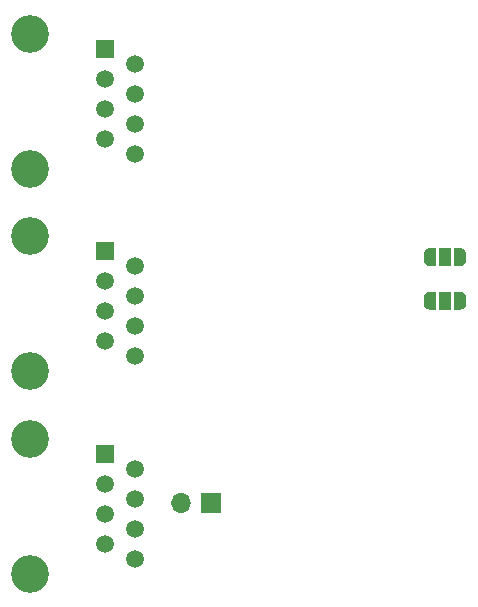
<source format=gbr>
%TF.GenerationSoftware,KiCad,Pcbnew,(5.1.9)-1*%
%TF.CreationDate,2021-01-06T02:37:49+01:00*%
%TF.ProjectId,SerialBT-Flarm-2.0,53657269-616c-4425-942d-466c61726d2d,2.0*%
%TF.SameCoordinates,Original*%
%TF.FileFunction,Soldermask,Bot*%
%TF.FilePolarity,Negative*%
%FSLAX46Y46*%
G04 Gerber Fmt 4.6, Leading zero omitted, Abs format (unit mm)*
G04 Created by KiCad (PCBNEW (5.1.9)-1) date 2021-01-06 02:37:49*
%MOMM*%
%LPD*%
G01*
G04 APERTURE LIST*
%ADD10O,1.700000X1.700000*%
%ADD11R,1.700000X1.700000*%
%ADD12R,1.000000X1.500000*%
%ADD13C,0.100000*%
%ADD14C,1.500000*%
%ADD15R,1.500000X1.500000*%
%ADD16C,3.200000*%
G04 APERTURE END LIST*
D10*
%TO.C,J1*%
X144399000Y-108267500D03*
D11*
X146939000Y-108267500D03*
%TD*%
D12*
%TO.C,JP2*%
X166751000Y-91122500D03*
D13*
G36*
X168051000Y-90373102D02*
G01*
X168075534Y-90373102D01*
X168124365Y-90377912D01*
X168172490Y-90387484D01*
X168219445Y-90401728D01*
X168264778Y-90420505D01*
X168308051Y-90443636D01*
X168348850Y-90470896D01*
X168386779Y-90502024D01*
X168421476Y-90536721D01*
X168452604Y-90574650D01*
X168479864Y-90615449D01*
X168502995Y-90658722D01*
X168521772Y-90704055D01*
X168536016Y-90751010D01*
X168545588Y-90799135D01*
X168550398Y-90847966D01*
X168550398Y-90872500D01*
X168551000Y-90872500D01*
X168551000Y-91372500D01*
X168550398Y-91372500D01*
X168550398Y-91397034D01*
X168545588Y-91445865D01*
X168536016Y-91493990D01*
X168521772Y-91540945D01*
X168502995Y-91586278D01*
X168479864Y-91629551D01*
X168452604Y-91670350D01*
X168421476Y-91708279D01*
X168386779Y-91742976D01*
X168348850Y-91774104D01*
X168308051Y-91801364D01*
X168264778Y-91824495D01*
X168219445Y-91843272D01*
X168172490Y-91857516D01*
X168124365Y-91867088D01*
X168075534Y-91871898D01*
X168051000Y-91871898D01*
X168051000Y-91872500D01*
X167501000Y-91872500D01*
X167501000Y-90372500D01*
X168051000Y-90372500D01*
X168051000Y-90373102D01*
G37*
G36*
X166001000Y-91872500D02*
G01*
X165451000Y-91872500D01*
X165451000Y-91871898D01*
X165426466Y-91871898D01*
X165377635Y-91867088D01*
X165329510Y-91857516D01*
X165282555Y-91843272D01*
X165237222Y-91824495D01*
X165193949Y-91801364D01*
X165153150Y-91774104D01*
X165115221Y-91742976D01*
X165080524Y-91708279D01*
X165049396Y-91670350D01*
X165022136Y-91629551D01*
X164999005Y-91586278D01*
X164980228Y-91540945D01*
X164965984Y-91493990D01*
X164956412Y-91445865D01*
X164951602Y-91397034D01*
X164951602Y-91372500D01*
X164951000Y-91372500D01*
X164951000Y-90872500D01*
X164951602Y-90872500D01*
X164951602Y-90847966D01*
X164956412Y-90799135D01*
X164965984Y-90751010D01*
X164980228Y-90704055D01*
X164999005Y-90658722D01*
X165022136Y-90615449D01*
X165049396Y-90574650D01*
X165080524Y-90536721D01*
X165115221Y-90502024D01*
X165153150Y-90470896D01*
X165193949Y-90443636D01*
X165237222Y-90420505D01*
X165282555Y-90401728D01*
X165329510Y-90387484D01*
X165377635Y-90377912D01*
X165426466Y-90373102D01*
X165451000Y-90373102D01*
X165451000Y-90372500D01*
X166001000Y-90372500D01*
X166001000Y-91872500D01*
G37*
%TD*%
%TO.C,JP1*%
G36*
X166001000Y-88189500D02*
G01*
X165451000Y-88189500D01*
X165451000Y-88188898D01*
X165426466Y-88188898D01*
X165377635Y-88184088D01*
X165329510Y-88174516D01*
X165282555Y-88160272D01*
X165237222Y-88141495D01*
X165193949Y-88118364D01*
X165153150Y-88091104D01*
X165115221Y-88059976D01*
X165080524Y-88025279D01*
X165049396Y-87987350D01*
X165022136Y-87946551D01*
X164999005Y-87903278D01*
X164980228Y-87857945D01*
X164965984Y-87810990D01*
X164956412Y-87762865D01*
X164951602Y-87714034D01*
X164951602Y-87689500D01*
X164951000Y-87689500D01*
X164951000Y-87189500D01*
X164951602Y-87189500D01*
X164951602Y-87164966D01*
X164956412Y-87116135D01*
X164965984Y-87068010D01*
X164980228Y-87021055D01*
X164999005Y-86975722D01*
X165022136Y-86932449D01*
X165049396Y-86891650D01*
X165080524Y-86853721D01*
X165115221Y-86819024D01*
X165153150Y-86787896D01*
X165193949Y-86760636D01*
X165237222Y-86737505D01*
X165282555Y-86718728D01*
X165329510Y-86704484D01*
X165377635Y-86694912D01*
X165426466Y-86690102D01*
X165451000Y-86690102D01*
X165451000Y-86689500D01*
X166001000Y-86689500D01*
X166001000Y-88189500D01*
G37*
G36*
X168051000Y-86690102D02*
G01*
X168075534Y-86690102D01*
X168124365Y-86694912D01*
X168172490Y-86704484D01*
X168219445Y-86718728D01*
X168264778Y-86737505D01*
X168308051Y-86760636D01*
X168348850Y-86787896D01*
X168386779Y-86819024D01*
X168421476Y-86853721D01*
X168452604Y-86891650D01*
X168479864Y-86932449D01*
X168502995Y-86975722D01*
X168521772Y-87021055D01*
X168536016Y-87068010D01*
X168545588Y-87116135D01*
X168550398Y-87164966D01*
X168550398Y-87189500D01*
X168551000Y-87189500D01*
X168551000Y-87689500D01*
X168550398Y-87689500D01*
X168550398Y-87714034D01*
X168545588Y-87762865D01*
X168536016Y-87810990D01*
X168521772Y-87857945D01*
X168502995Y-87903278D01*
X168479864Y-87946551D01*
X168452604Y-87987350D01*
X168421476Y-88025279D01*
X168386779Y-88059976D01*
X168348850Y-88091104D01*
X168308051Y-88118364D01*
X168264778Y-88141495D01*
X168219445Y-88160272D01*
X168172490Y-88174516D01*
X168124365Y-88184088D01*
X168075534Y-88188898D01*
X168051000Y-88188898D01*
X168051000Y-88189500D01*
X167501000Y-88189500D01*
X167501000Y-86689500D01*
X168051000Y-86689500D01*
X168051000Y-86690102D01*
G37*
D12*
X166751000Y-87439500D03*
%TD*%
D14*
%TO.C,J4*%
X140525500Y-112966500D03*
X137985500Y-111696500D03*
X140525500Y-110426500D03*
X137985500Y-109156500D03*
X140525500Y-107886500D03*
X137985500Y-106616500D03*
X140525500Y-105346500D03*
D15*
X137985500Y-104076500D03*
D16*
X131635500Y-102806500D03*
X131635500Y-114236500D03*
%TD*%
%TO.C,J3*%
X131635500Y-97091500D03*
X131635500Y-85661500D03*
D15*
X137985500Y-86931500D03*
D14*
X140525500Y-88201500D03*
X137985500Y-89471500D03*
X140525500Y-90741500D03*
X137985500Y-92011500D03*
X140525500Y-93281500D03*
X137985500Y-94551500D03*
X140525500Y-95821500D03*
%TD*%
D16*
%TO.C,J2*%
X131635500Y-79946500D03*
X131635500Y-68516500D03*
D15*
X137985500Y-69786500D03*
D14*
X140525500Y-71056500D03*
X137985500Y-72326500D03*
X140525500Y-73596500D03*
X137985500Y-74866500D03*
X140525500Y-76136500D03*
X137985500Y-77406500D03*
X140525500Y-78676500D03*
%TD*%
M02*

</source>
